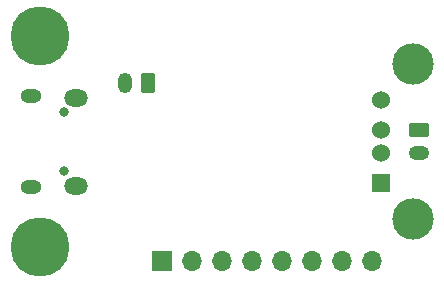
<source format=gbr>
%TF.GenerationSoftware,KiCad,Pcbnew,(5.99.0-10766-geeb405c196)*%
%TF.CreationDate,2021-06-19T10:41:35+04:00*%
%TF.ProjectId,Adafruit-PowerBoost-1000C,41646166-7275-4697-942d-506f77657242,rev?*%
%TF.SameCoordinates,Original*%
%TF.FileFunction,Soldermask,Bot*%
%TF.FilePolarity,Negative*%
%FSLAX46Y46*%
G04 Gerber Fmt 4.6, Leading zero omitted, Abs format (unit mm)*
G04 Created by KiCad (PCBNEW (5.99.0-10766-geeb405c196)) date 2021-06-19 10:41:35*
%MOMM*%
%LPD*%
G01*
G04 APERTURE LIST*
G04 Aperture macros list*
%AMRoundRect*
0 Rectangle with rounded corners*
0 $1 Rounding radius*
0 $2 $3 $4 $5 $6 $7 $8 $9 X,Y pos of 4 corners*
0 Add a 4 corners polygon primitive as box body*
4,1,4,$2,$3,$4,$5,$6,$7,$8,$9,$2,$3,0*
0 Add four circle primitives for the rounded corners*
1,1,$1+$1,$2,$3*
1,1,$1+$1,$4,$5*
1,1,$1+$1,$6,$7*
1,1,$1+$1,$8,$9*
0 Add four rect primitives between the rounded corners*
20,1,$1+$1,$2,$3,$4,$5,0*
20,1,$1+$1,$4,$5,$6,$7,0*
20,1,$1+$1,$6,$7,$8,$9,0*
20,1,$1+$1,$8,$9,$2,$3,0*%
G04 Aperture macros list end*
%ADD10RoundRect,0.250000X0.350000X0.625000X-0.350000X0.625000X-0.350000X-0.625000X0.350000X-0.625000X0*%
%ADD11O,1.200000X1.750000*%
%ADD12R,1.700000X1.700000*%
%ADD13O,1.700000X1.700000*%
%ADD14R,1.524000X1.524000*%
%ADD15C,1.524000*%
%ADD16C,3.500000*%
%ADD17C,5.000000*%
%ADD18O,0.800000X0.800000*%
%ADD19O,2.000000X1.450000*%
%ADD20O,1.800000X1.150000*%
%ADD21RoundRect,0.250000X-0.625000X0.350000X-0.625000X-0.350000X0.625000X-0.350000X0.625000X0.350000X0*%
%ADD22O,1.750000X1.200000*%
G04 APERTURE END LIST*
D10*
%TO.C,BT1*%
X111700000Y-83600000D03*
D11*
X109700000Y-83600000D03*
%TD*%
D12*
%TO.C,J2*%
X112875000Y-98700000D03*
D13*
X115415000Y-98700000D03*
X117955000Y-98700000D03*
X120495000Y-98700000D03*
X123035000Y-98700000D03*
X125575000Y-98700000D03*
X128115000Y-98700000D03*
X130655000Y-98700000D03*
%TD*%
D14*
%TO.C,J4*%
X131372500Y-92050000D03*
D15*
X131372500Y-89550000D03*
X131372500Y-87550000D03*
X131372500Y-85050000D03*
D16*
X134082500Y-95120000D03*
X134082500Y-81980000D03*
%TD*%
D17*
%TO.C,H2*%
X102550000Y-97450000D03*
%TD*%
D18*
%TO.C,J1*%
X104550000Y-86050000D03*
X104550000Y-91050000D03*
D19*
X105600000Y-84825000D03*
D20*
X101800000Y-84675000D03*
X101800000Y-92425000D03*
D19*
X105600000Y-92275000D03*
%TD*%
D17*
%TO.C,H1*%
X102550000Y-79650000D03*
%TD*%
D21*
%TO.C,J3*%
X134650000Y-87550000D03*
D22*
X134650000Y-89550000D03*
%TD*%
M02*

</source>
